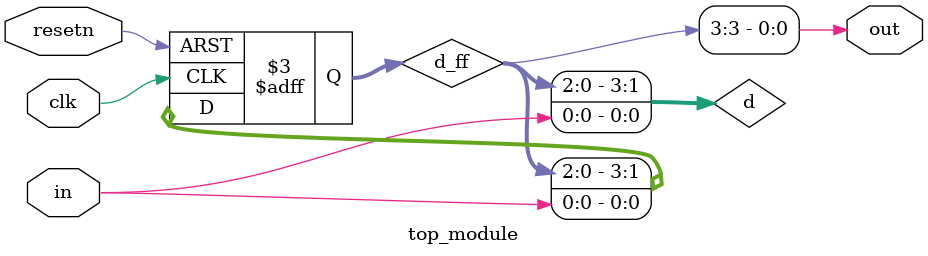
<source format=sv>
module top_module (
   input clk,
   input resetn,
   input in,
   output out
);

reg [3:0] d_ff;
wire [3:0] d;

assign d = {d_ff[2:0], in};

always @(posedge clk or negedge resetn) begin
   if (!resetn)
      d_ff <= 4'b0;
   else
      d_ff <= d;
end

assign out = d_ff[3];

endmodule

</source>
